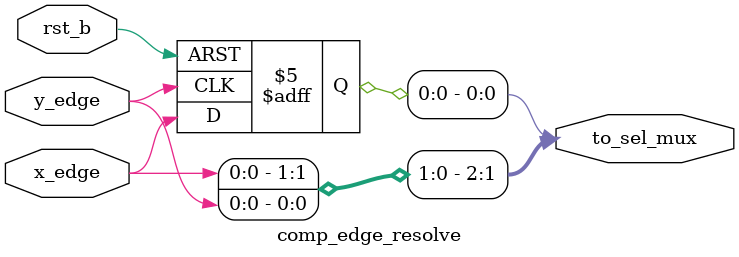
<source format=sv>
module comp_edge_resolve (
	input logic rst_b,  // Asynchronous reset active low
	input logic x_edge,
	input logic y_edge,
	output logic [2:0] to_sel_mux	
);

logic neg_y_edge;

always_comb begin
	neg_y_edge = ~y_edge;
	to_sel_mux[2] = x_edge;
	to_sel_mux[1] = y_edge;
end

always_ff @(negedge neg_y_edge, negedge rst_b) begin
    if (~rst_b)
        to_sel_mux[0] <= 'b0;
    else
        to_sel_mux[0] <= x_edge;
end

endmodule

</source>
